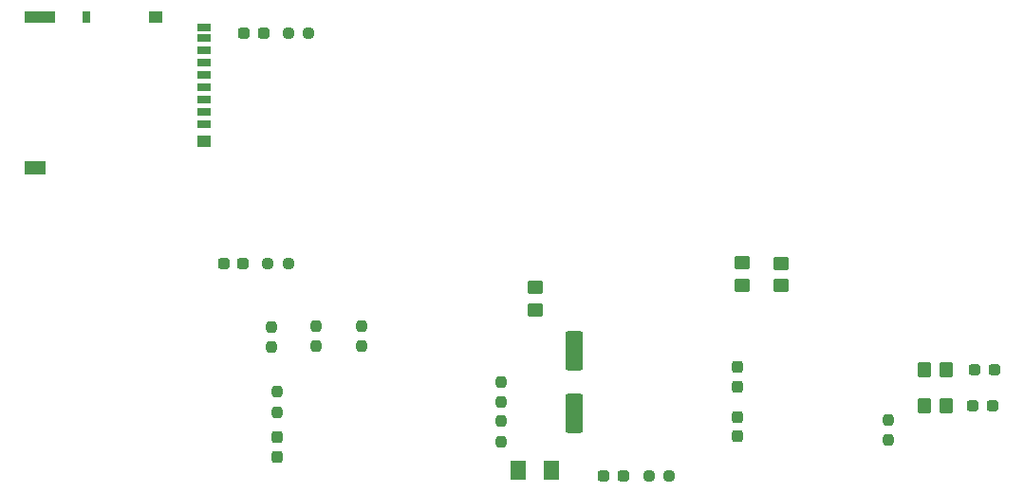
<source format=gbr>
%TF.GenerationSoftware,KiCad,Pcbnew,7.0.1-0*%
%TF.CreationDate,2023-05-25T18:17:30+09:00*%
%TF.ProjectId,SensingModule,53656e73-696e-4674-9d6f-64756c652e6b,rev?*%
%TF.SameCoordinates,Original*%
%TF.FileFunction,Paste,Top*%
%TF.FilePolarity,Positive*%
%FSLAX46Y46*%
G04 Gerber Fmt 4.6, Leading zero omitted, Abs format (unit mm)*
G04 Created by KiCad (PCBNEW 7.0.1-0) date 2023-05-25 18:17:30*
%MOMM*%
%LPD*%
G01*
G04 APERTURE LIST*
G04 Aperture macros list*
%AMRoundRect*
0 Rectangle with rounded corners*
0 $1 Rounding radius*
0 $2 $3 $4 $5 $6 $7 $8 $9 X,Y pos of 4 corners*
0 Add a 4 corners polygon primitive as box body*
4,1,4,$2,$3,$4,$5,$6,$7,$8,$9,$2,$3,0*
0 Add four circle primitives for the rounded corners*
1,1,$1+$1,$2,$3*
1,1,$1+$1,$4,$5*
1,1,$1+$1,$6,$7*
1,1,$1+$1,$8,$9*
0 Add four rect primitives between the rounded corners*
20,1,$1+$1,$2,$3,$4,$5,0*
20,1,$1+$1,$4,$5,$6,$7,0*
20,1,$1+$1,$6,$7,$8,$9,0*
20,1,$1+$1,$8,$9,$2,$3,0*%
G04 Aperture macros list end*
%ADD10RoundRect,0.250000X-0.350000X-0.450000X0.350000X-0.450000X0.350000X0.450000X-0.350000X0.450000X0*%
%ADD11RoundRect,0.237500X0.237500X-0.250000X0.237500X0.250000X-0.237500X0.250000X-0.237500X-0.250000X0*%
%ADD12RoundRect,0.237500X-0.287500X-0.237500X0.287500X-0.237500X0.287500X0.237500X-0.287500X0.237500X0*%
%ADD13RoundRect,0.237500X0.250000X0.237500X-0.250000X0.237500X-0.250000X-0.237500X0.250000X-0.237500X0*%
%ADD14RoundRect,0.237500X0.237500X-0.300000X0.237500X0.300000X-0.237500X0.300000X-0.237500X-0.300000X0*%
%ADD15RoundRect,0.237500X0.287500X0.237500X-0.287500X0.237500X-0.287500X-0.237500X0.287500X-0.237500X0*%
%ADD16RoundRect,0.237500X-0.237500X0.250000X-0.237500X-0.250000X0.237500X-0.250000X0.237500X0.250000X0*%
%ADD17RoundRect,0.250000X0.450000X-0.350000X0.450000X0.350000X-0.450000X0.350000X-0.450000X-0.350000X0*%
%ADD18RoundRect,0.250001X0.462499X0.624999X-0.462499X0.624999X-0.462499X-0.624999X0.462499X-0.624999X0*%
%ADD19RoundRect,0.237500X0.237500X-0.287500X0.237500X0.287500X-0.237500X0.287500X-0.237500X-0.287500X0*%
%ADD20RoundRect,0.250000X0.550000X-1.500000X0.550000X1.500000X-0.550000X1.500000X-0.550000X-1.500000X0*%
%ADD21R,1.200000X0.700000*%
%ADD22R,0.800000X1.000000*%
%ADD23R,1.200000X1.000000*%
%ADD24R,2.800000X1.000000*%
%ADD25R,1.900000X1.300000*%
G04 APERTURE END LIST*
D10*
%TO.C,R1*%
X184712500Y-116000000D03*
X186712500Y-116000000D03*
%TD*%
D11*
%TO.C,R13*%
X130500000Y-113912500D03*
X130500000Y-112087500D03*
%TD*%
D12*
%TO.C,D5*%
X122212500Y-106500000D03*
X123962500Y-106500000D03*
%TD*%
D13*
%TO.C,R7*%
X162000000Y-125500000D03*
X160175000Y-125500000D03*
%TD*%
D12*
%TO.C,D6*%
X124037500Y-86000000D03*
X125787500Y-86000000D03*
%TD*%
D11*
%TO.C,R14*%
X126500000Y-114000000D03*
X126500000Y-112175000D03*
%TD*%
D13*
%TO.C,R15*%
X129825000Y-86000000D03*
X128000000Y-86000000D03*
%TD*%
%TO.C,R11*%
X128000000Y-106500000D03*
X126175000Y-106500000D03*
%TD*%
D14*
%TO.C,C1*%
X168058000Y-117522432D03*
X168058000Y-115797432D03*
%TD*%
D15*
%TO.C,D2*%
X190837500Y-119250000D03*
X189087500Y-119250000D03*
%TD*%
D10*
%TO.C,R3*%
X184712500Y-119250000D03*
X186712500Y-119250000D03*
%TD*%
D16*
%TO.C,R6*%
X147000000Y-120587500D03*
X147000000Y-122412500D03*
%TD*%
D15*
%TO.C,D1*%
X190962500Y-116000000D03*
X189212500Y-116000000D03*
%TD*%
D11*
%TO.C,R2*%
X181500000Y-122312500D03*
X181500000Y-120487500D03*
%TD*%
D17*
%TO.C,R9*%
X150000000Y-110648432D03*
X150000000Y-108648432D03*
%TD*%
%TO.C,R4*%
X171995000Y-108500000D03*
X171995000Y-106500000D03*
%TD*%
D12*
%TO.C,D3*%
X156125000Y-125500000D03*
X157875000Y-125500000D03*
%TD*%
D14*
%TO.C,C2*%
X168058000Y-121967432D03*
X168058000Y-120242432D03*
%TD*%
D11*
%TO.C,R12*%
X134500000Y-113912500D03*
X134500000Y-112087500D03*
%TD*%
D18*
%TO.C,F1*%
X151487500Y-125000000D03*
X148512500Y-125000000D03*
%TD*%
D17*
%TO.C,R5*%
X168500000Y-108489432D03*
X168500000Y-106489432D03*
%TD*%
D19*
%TO.C,D4*%
X127000000Y-123787500D03*
X127000000Y-122037500D03*
%TD*%
D20*
%TO.C,C3*%
X153500000Y-119941432D03*
X153500000Y-114341432D03*
%TD*%
D16*
%TO.C,R8*%
X147000000Y-117087500D03*
X147000000Y-118912500D03*
%TD*%
%TO.C,R10*%
X127000000Y-118000000D03*
X127000000Y-119825000D03*
%TD*%
D21*
%TO.C,J4*%
X120500000Y-94100000D03*
X120500000Y-93000000D03*
X120500000Y-91900000D03*
X120500000Y-90800000D03*
X120500000Y-89700000D03*
X120500000Y-88600000D03*
X120500000Y-87500000D03*
X120500000Y-86400000D03*
X120500000Y-85450000D03*
D22*
X110000000Y-84500000D03*
D23*
X116200000Y-84500000D03*
D24*
X105850000Y-84500000D03*
D23*
X120500000Y-95650000D03*
D25*
X105400000Y-98000000D03*
%TD*%
M02*

</source>
